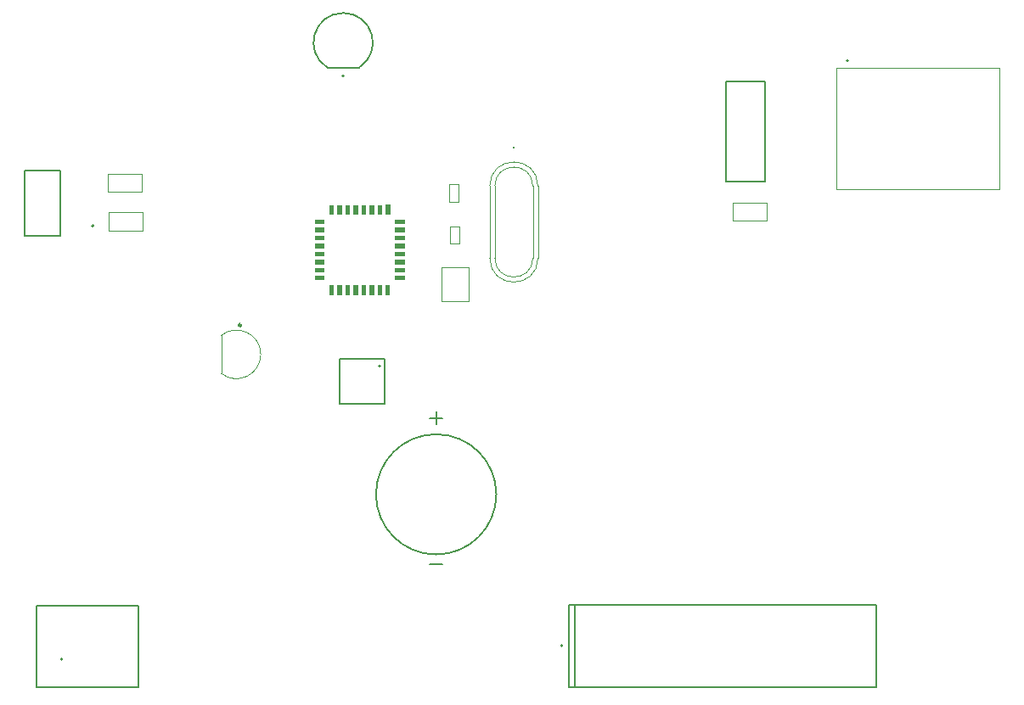
<source format=gbr>
%TF.GenerationSoftware,Altium Limited,Altium Designer,22.8.2 (66)*%
G04 Layer_Color=16711935*
%FSLAX45Y45*%
%MOMM*%
%TF.SameCoordinates,BD556100-397B-4985-8EB5-C039F1F1876F*%
%TF.FilePolarity,Positive*%
%TF.FileFunction,Other,Mechanical_13*%
%TF.Part,Single*%
G01*
G75*
%TA.AperFunction,NonConductor*%
%ADD68C,0.25000*%
%ADD69C,0.12000*%
%ADD70C,0.12700*%
%ADD71C,0.20000*%
%ADD91C,0.00000*%
%ADD92C,0.10000*%
%ADD93C,0.02540*%
G36*
X3741340Y4136661D02*
X3839856D01*
Y4091340D01*
X3741340D01*
Y4136661D01*
D02*
G37*
G36*
Y4216825D02*
X3839935D01*
Y4171340D01*
X3741340D01*
Y4216825D01*
D02*
G37*
G36*
Y4296915D02*
X3839877D01*
Y4251340D01*
X3741340D01*
Y4296915D01*
D02*
G37*
G36*
Y4377046D02*
X3840115D01*
Y4331340D01*
X3741340D01*
Y4377046D01*
D02*
G37*
G36*
X3888140Y4042915D02*
X3933358D01*
Y3944540D01*
X3888140D01*
Y4042915D01*
D02*
G37*
G36*
X3968140Y4043069D02*
X4013592D01*
Y3944540D01*
X3968140D01*
Y4043069D01*
D02*
G37*
G36*
X4048140Y4043312D02*
X4093780D01*
Y3944540D01*
X4048140D01*
Y4043312D01*
D02*
G37*
G36*
X4128140Y4043589D02*
X4173860D01*
Y3944540D01*
X4128140D01*
Y4043589D01*
D02*
G37*
G36*
X4208140Y4042921D02*
X4253982D01*
Y3944540D01*
X4208140D01*
Y4042921D01*
D02*
G37*
G36*
X4288140Y4043373D02*
X4333952D01*
Y3944540D01*
X4288140D01*
Y4043373D01*
D02*
G37*
G36*
X4368140Y4042978D02*
X4414255D01*
Y3944540D01*
X4368140D01*
Y4042978D01*
D02*
G37*
G36*
X4448140Y4043253D02*
X4494160D01*
Y3944540D01*
X4448140D01*
Y4043253D01*
D02*
G37*
G36*
X4541600Y4137041D02*
X4640693D01*
Y4091340D01*
X4541600D01*
Y4137041D01*
D02*
G37*
G36*
Y4216730D02*
X4641498D01*
Y4171340D01*
X4541600D01*
Y4216730D01*
D02*
G37*
G36*
Y4296985D02*
X4641009D01*
Y4251340D01*
X4541600D01*
Y4296985D01*
D02*
G37*
G36*
Y4377046D02*
X4641037D01*
Y4331340D01*
X4541600D01*
Y4377046D01*
D02*
G37*
G36*
X3741340Y4457118D02*
X3840074D01*
Y4411340D01*
X3741340D01*
Y4457118D01*
D02*
G37*
G36*
Y4537275D02*
X3839872D01*
Y4491340D01*
X3741340D01*
Y4537275D01*
D02*
G37*
G36*
Y4617497D02*
X3839713D01*
Y4571340D01*
X3741340D01*
Y4617497D01*
D02*
G37*
G36*
Y4697121D02*
X3840329D01*
Y4651340D01*
X3741340D01*
Y4697121D01*
D02*
G37*
G36*
X3888140Y4844515D02*
X3933485D01*
Y4744800D01*
X3888140D01*
Y4844515D01*
D02*
G37*
G36*
X3968140Y4844601D02*
X4013568D01*
Y4744800D01*
X3968140D01*
Y4844601D01*
D02*
G37*
G36*
X4048140Y4844038D02*
X4093822D01*
Y4744800D01*
X4048140D01*
Y4844038D01*
D02*
G37*
G36*
X4128140Y4844384D02*
X4173840D01*
Y4744800D01*
X4128140D01*
Y4844384D01*
D02*
G37*
G36*
X4541600Y4457143D02*
X4641257D01*
Y4411340D01*
X4541600D01*
Y4457143D01*
D02*
G37*
G36*
Y4537228D02*
X4641187D01*
Y4491340D01*
X4541600D01*
Y4537228D01*
D02*
G37*
G36*
Y4617297D02*
X4641138D01*
Y4571340D01*
X4541600D01*
Y4617297D01*
D02*
G37*
G36*
Y4697375D02*
X4641128D01*
Y4651340D01*
X4541600D01*
Y4697375D01*
D02*
G37*
G36*
X4208140Y4843984D02*
X4253877D01*
Y4744800D01*
X4208140D01*
Y4843984D01*
D02*
G37*
G36*
X4288140Y4844594D02*
X4334093D01*
Y4744800D01*
X4288140D01*
Y4844594D01*
D02*
G37*
G36*
X4368140Y4844235D02*
X4414046D01*
Y4744800D01*
X4368140D01*
Y4844235D01*
D02*
G37*
G36*
X4448140Y4844748D02*
X4494458D01*
Y4744800D01*
X4448140D01*
Y4844748D01*
D02*
G37*
D68*
X3009700Y3644900D02*
G03*
X3009700Y3644900I-12500J0D01*
G01*
D69*
X2808876Y3164264D02*
G03*
X2808876Y3541436I152713J188586D01*
G01*
X2809700Y3163600D02*
Y3542100D01*
D70*
X4182500Y6214300D02*
G03*
X3869300Y6214300I-156600J250612D01*
G01*
X5553000Y1955800D02*
G03*
X5553000Y1955800I-600000J0D01*
G01*
X3869300Y6214300D02*
X4182500D01*
X853450Y4538850D02*
X1203950D01*
X853450D02*
Y5189350D01*
X1203950D01*
Y4538850D02*
Y5189350D01*
X4441400Y2861100D02*
Y3311100D01*
X3991400Y2861100D02*
X4441400D01*
X3991400D02*
Y3311100D01*
X4441400D01*
X4889500Y1257300D02*
X5016500D01*
X4953000Y2654300D02*
Y2781300D01*
X4889500Y2717800D02*
X5016500D01*
X6279900Y34500D02*
X6339900D01*
X6279900Y854500D02*
X6339900D01*
X6279900Y34500D02*
Y854500D01*
X6339900Y34500D02*
Y854500D01*
Y34500D02*
X9339900D01*
Y854500D01*
X6339900D02*
X9339900D01*
X7839700Y5075300D02*
Y6075300D01*
X8229700Y5075300D02*
Y6075300D01*
X7839700D02*
X8229700D01*
X7839700Y5075300D02*
X8229700D01*
X965200Y847500D02*
X1981200D01*
Y27500D02*
Y847500D01*
X965200Y27500D02*
X1981200D01*
X965200D02*
Y847500D01*
D71*
X4035900Y6131600D02*
G03*
X4035900Y6131600I-10000J0D01*
G01*
X1538700Y4635100D02*
G03*
X1538700Y4635100I-10000J0D01*
G01*
X4396200Y3236100D02*
G03*
X4396200Y3236100I-10000J0D01*
G01*
X6214900Y444500D02*
G03*
X6214900Y444500I-10000J0D01*
G01*
X1229200Y310500D02*
G03*
X1229200Y310500I-10000J0D01*
G01*
X9065000Y6283300D02*
G03*
X9065000Y6283300I-10000J0D01*
G01*
D91*
X5538470Y4314190D02*
G03*
X5916930Y4314190I189230J0D01*
G01*
Y5033010D02*
G03*
X5538470Y5033010I-189230J0D01*
G01*
X5487670Y4314190D02*
G03*
X5967730Y4314190I240030J0D01*
G01*
Y5033010D02*
G03*
X5487670Y5033010I-240030J0D01*
G01*
X5735320Y5415280D02*
G03*
X5735320Y5415280I-7620J0D01*
G01*
D92*
X5008500Y4221300D02*
X5278500D01*
X5008500Y3881300D02*
X5278500D01*
Y4221300D01*
X5008500Y3881300D02*
Y4221300D01*
X5088402Y4455675D02*
Y4630675D01*
X5183402Y4455675D02*
Y4630675D01*
X5088402Y4455675D02*
X5183402D01*
X5088402Y4630675D02*
X5183402D01*
X7907200Y4685200D02*
Y4865200D01*
X8247200Y4685200D02*
Y4865200D01*
X7907200D02*
X8247200D01*
X7907200Y4685200D02*
X8247200D01*
X1676200Y4977300D02*
Y5157300D01*
X2016200Y4977300D02*
Y5157300D01*
X1676200D02*
X2016200D01*
X1676200Y4977300D02*
X2016200D01*
X1685937Y4590656D02*
Y4770656D01*
X2025937Y4590656D02*
Y4770656D01*
X1685937D02*
X2025937D01*
X1685937Y4590656D02*
X2025937D01*
X5178300Y4878200D02*
Y5053200D01*
X5083300Y4878200D02*
Y5053200D01*
X5178300D01*
X5083300Y4878200D02*
X5178300D01*
X8945000Y5003300D02*
X10565000D01*
Y6213300D01*
X8945000D02*
X10565000D01*
X8945000Y5003300D02*
Y6213300D01*
D93*
X5538470Y4314190D02*
Y5033010D01*
X5916930Y4314190D02*
Y5033010D01*
X5487670Y4314190D02*
Y5033010D01*
X5967730Y4314190D02*
Y5033010D01*
%TF.MD5,c1b04af06fe3190c57d7598f4c76cb73*%
M02*

</source>
